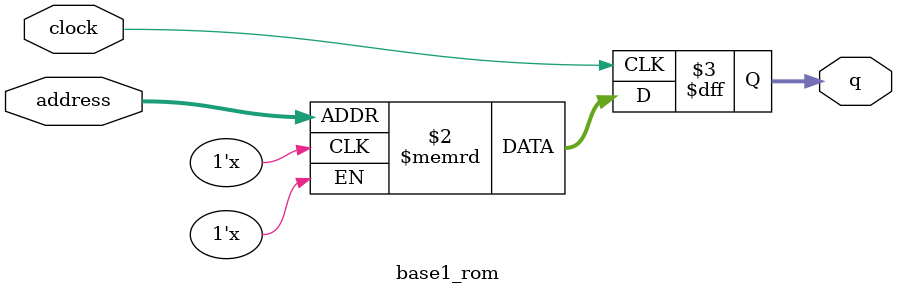
<source format=sv>
module base1_rom (
	input logic clock,
	input logic [9:0] address,
	output logic [7:0] q
);

logic [7:0] memory [0:1023] /* synthesis ram_init_file = "./base1/base1.mif" */;

always_ff @ (posedge clock) begin
	q <= memory[address];
end

endmodule

</source>
